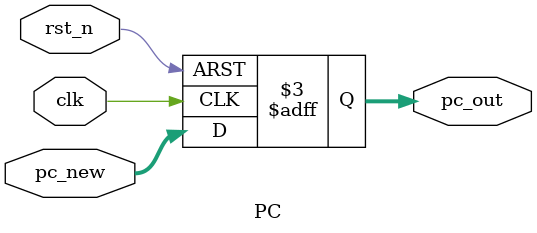
<source format=v>
module PC
    (
        input               clk,
        input               rst_n,
        input      [31:0]   pc_new,
        output reg [31:0]   pc_out
    );
	
	always @(posedge clk or negedge rst_n) begin
		if(!rst_n)
			pc_out <= 0;
		else
			pc_out <= pc_new;
	end	

endmodule

</source>
